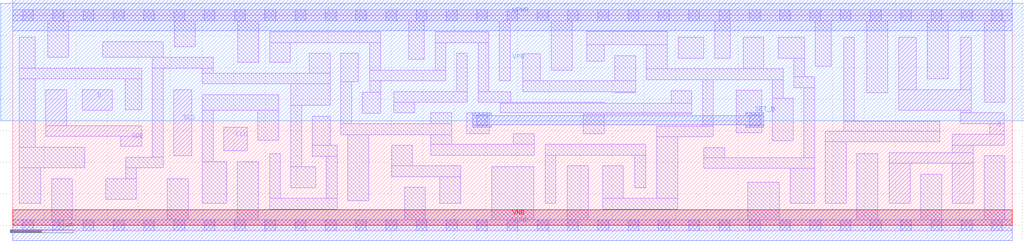
<source format=lef>
# Copyright 2020 The SkyWater PDK Authors
#
# Licensed under the Apache License, Version 2.0 (the "License");
# you may not use this file except in compliance with the License.
# You may obtain a copy of the License at
#
#     https://www.apache.org/licenses/LICENSE-2.0
#
# Unless required by applicable law or agreed to in writing, software
# distributed under the License is distributed on an "AS IS" BASIS,
# WITHOUT WARRANTIES OR CONDITIONS OF ANY KIND, either express or implied.
# See the License for the specific language governing permissions and
# limitations under the License.
#
# SPDX-License-Identifier: Apache-2.0

VERSION 5.7 ;
  NOWIREEXTENSIONATPIN ON ;
  DIVIDERCHAR "/" ;
  BUSBITCHARS "[]" ;
MACRO sky130_fd_sc_hs__sdfstp_4
  CLASS CORE ;
  FOREIGN sky130_fd_sc_hs__sdfstp_4 ;
  ORIGIN  0.000000  0.000000 ;
  SIZE  15.84000 BY  3.330000 ;
  SYMMETRY X Y ;
  SITE unit ;
  PIN D
    ANTENNAGATEAREA  0.159000 ;
    DIRECTION INPUT ;
    USE SIGNAL ;
    PORT
      LAYER li1 ;
        RECT 1.105000 1.820000 1.575000 2.150000 ;
    END
  END D
  PIN Q
    ANTENNADIFFAREA  1.201100 ;
    DIRECTION OUTPUT ;
    USE SIGNAL ;
    PORT
      LAYER li1 ;
        RECT 13.895000 0.350000 14.225000 0.980000 ;
        RECT 13.895000 0.980000 15.225000 1.150000 ;
        RECT 14.045000 1.820000 15.195000 2.150000 ;
        RECT 14.045000 2.150000 14.325000 2.980000 ;
        RECT 14.895000 0.350000 15.225000 0.980000 ;
        RECT 14.895000 1.150000 15.225000 1.270000 ;
        RECT 14.895000 1.270000 15.715000 1.440000 ;
        RECT 15.025000 1.610000 15.715000 1.780000 ;
        RECT 15.025000 1.780000 15.195000 1.820000 ;
        RECT 15.025000 2.150000 15.195000 2.980000 ;
        RECT 15.485000 1.440000 15.715000 1.610000 ;
    END
  END Q
  PIN SCD
    ANTENNAGATEAREA  0.159000 ;
    DIRECTION INPUT ;
    USE SIGNAL ;
    PORT
      LAYER li1 ;
        RECT 2.555000 1.100000 2.835000 2.150000 ;
    END
  END SCD
  PIN SCE
    ANTENNAGATEAREA  0.318000 ;
    DIRECTION INPUT ;
    USE SIGNAL ;
    PORT
      LAYER li1 ;
        RECT 0.525000 1.410000 2.045000 1.580000 ;
        RECT 0.525000 1.580000 0.855000 2.150000 ;
        RECT 1.715000 1.250000 2.045000 1.410000 ;
    END
  END SCE
  PIN SET_B
    ANTENNAGATEAREA  0.252000 ;
    DIRECTION INPUT ;
    USE SIGNAL ;
    PORT
      LAYER met1 ;
        RECT  7.295000 1.550000  7.585000 1.595000 ;
        RECT  7.295000 1.595000 11.905000 1.735000 ;
        RECT  7.295000 1.735000  7.585000 1.780000 ;
        RECT 11.615000 1.550000 11.905000 1.595000 ;
        RECT 11.615000 1.735000 11.905000 1.780000 ;
    END
  END SET_B
  PIN CLK
    ANTENNAGATEAREA  0.279000 ;
    DIRECTION INPUT ;
    USE CLOCK ;
    PORT
      LAYER li1 ;
        RECT 3.345000 1.180000 3.715000 1.550000 ;
    END
  END CLK
  PIN VGND
    DIRECTION INOUT ;
    USE GROUND ;
    PORT
      LAYER met1 ;
        RECT 0.000000 -0.245000 15.840000 0.245000 ;
    END
  END VGND
  PIN VNB
    DIRECTION INOUT ;
    USE GROUND ;
    PORT
      LAYER pwell ;
        RECT 0.000000 0.000000 15.840000 0.245000 ;
    END
  END VNB
  PIN VPB
    DIRECTION INOUT ;
    USE POWER ;
    PORT
      LAYER nwell ;
        RECT -0.190000 1.660000 16.030000 3.520000 ;
    END
  END VPB
  PIN VPWR
    DIRECTION INOUT ;
    USE POWER ;
    PORT
      LAYER met1 ;
        RECT 0.000000 3.085000 15.840000 3.575000 ;
    END
  END VPWR
  OBS
    LAYER li1 ;
      RECT  0.000000 -0.085000 15.840000 0.085000 ;
      RECT  0.000000  3.245000 15.840000 3.415000 ;
      RECT  0.105000  0.350000  0.445000 0.910000 ;
      RECT  0.105000  0.910000  1.140000 1.240000 ;
      RECT  0.105000  1.240000  0.355000 2.320000 ;
      RECT  0.105000  2.320000  2.045000 2.490000 ;
      RECT  0.105000  2.490000  0.355000 2.980000 ;
      RECT  0.555000  2.660000  0.885000 3.245000 ;
      RECT  0.615000  0.085000  0.945000 0.740000 ;
      RECT  1.425000  2.660000  2.385000 2.910000 ;
      RECT  1.475000  0.410000  1.960000 0.740000 ;
      RECT  1.785000  1.830000  2.045000 2.320000 ;
      RECT  1.790000  0.740000  1.960000 0.910000 ;
      RECT  1.790000  0.910000  2.385000 1.080000 ;
      RECT  2.215000  1.080000  2.385000 2.490000 ;
      RECT  2.215000  2.490000  3.175000 2.660000 ;
      RECT  2.450000  0.085000  2.780000 0.740000 ;
      RECT  2.560000  2.830000  2.890000 3.245000 ;
      RECT  3.005000  0.350000  3.390000 1.010000 ;
      RECT  3.005000  1.010000  3.175000 1.820000 ;
      RECT  3.005000  1.820000  4.215000 2.070000 ;
      RECT  3.005000  2.240000  5.030000 2.410000 ;
      RECT  3.005000  2.410000  3.175000 2.490000 ;
      RECT  3.560000  0.085000  3.890000 1.010000 ;
      RECT  3.570000  2.580000  3.900000 3.245000 ;
      RECT  3.885000  1.350000  4.215000 1.820000 ;
      RECT  4.070000  0.255000  5.140000 0.425000 ;
      RECT  4.070000  0.425000  4.240000 1.130000 ;
      RECT  4.070000  2.580000  4.400000 2.895000 ;
      RECT  4.070000  2.895000  5.830000 3.065000 ;
      RECT  4.410000  0.595000  4.800000 0.925000 ;
      RECT  4.410000  0.925000  4.580000 1.900000 ;
      RECT  4.410000  1.900000  5.030000 2.240000 ;
      RECT  4.700000  2.410000  5.030000 2.725000 ;
      RECT  4.750000  1.095000  5.140000 1.265000 ;
      RECT  4.750000  1.265000  5.030000 1.730000 ;
      RECT  4.970000  0.425000  5.140000 1.095000 ;
      RECT  5.200000  1.435000  6.955000 1.605000 ;
      RECT  5.200000  1.605000  5.370000 2.275000 ;
      RECT  5.200000  2.275000  5.480000 2.725000 ;
      RECT  5.310000  0.385000  5.640000 1.435000 ;
      RECT  5.540000  1.775000  5.830000 2.105000 ;
      RECT  5.660000  2.105000  5.830000 2.290000 ;
      RECT  5.660000  2.290000  6.865000 2.460000 ;
      RECT  5.660000  2.460000  5.830000 2.895000 ;
      RECT  6.005000  0.770000  7.100000 0.940000 ;
      RECT  6.005000  0.940000  6.335000 1.265000 ;
      RECT  6.040000  1.780000  6.370000 1.950000 ;
      RECT  6.040000  1.950000  7.205000 2.120000 ;
      RECT  6.210000  0.085000  6.540000 0.600000 ;
      RECT  6.275000  2.630000  6.525000 3.245000 ;
      RECT  6.625000  1.110000  8.265000 1.280000 ;
      RECT  6.625000  1.280000  6.955000 1.435000 ;
      RECT  6.625000  1.605000  6.955000 1.780000 ;
      RECT  6.695000  2.460000  6.865000 2.895000 ;
      RECT  6.695000  2.895000  7.545000 3.065000 ;
      RECT  6.770000  0.350000  7.100000 0.770000 ;
      RECT  7.035000  2.120000  7.205000 2.725000 ;
      RECT  7.195000  1.450000  7.555000 1.780000 ;
      RECT  7.375000  1.950000  7.895000 2.120000 ;
      RECT  7.375000  2.120000  7.545000 2.895000 ;
      RECT  7.590000  0.085000  8.260000 0.930000 ;
      RECT  7.715000  2.290000  7.885000 3.245000 ;
      RECT  7.725000  1.780000 10.765000 1.930000 ;
      RECT  7.725000  1.930000  9.375000 1.950000 ;
      RECT  7.935000  1.280000  8.265000 1.450000 ;
      RECT  8.085000  2.120000  9.875000 2.290000 ;
      RECT  8.085000  2.290000  8.365000 2.715000 ;
      RECT  8.440000  0.350000  8.610000 1.110000 ;
      RECT  8.440000  1.110000 10.030000 1.280000 ;
      RECT  8.535000  2.460000  8.865000 3.245000 ;
      RECT  8.790000  0.085000  9.120000 0.940000 ;
      RECT  9.045000  1.450000  9.375000 1.760000 ;
      RECT  9.045000  1.760000 10.765000 1.780000 ;
      RECT  9.095000  2.600000  9.375000 2.860000 ;
      RECT  9.095000  2.860000 10.375000 3.075000 ;
      RECT  9.350000  0.255000 10.540000 0.425000 ;
      RECT  9.350000  0.425000  9.680000 0.940000 ;
      RECT  9.545000  2.100000  9.875000 2.120000 ;
      RECT  9.545000  2.290000  9.875000 2.690000 ;
      RECT  9.860000  0.595000 10.030000 1.110000 ;
      RECT 10.045000  2.310000 12.210000 2.480000 ;
      RECT 10.045000  2.480000 10.375000 2.860000 ;
      RECT 10.210000  0.425000 10.540000 1.400000 ;
      RECT 10.210000  1.400000 11.105000 1.570000 ;
      RECT 10.435000  1.930000 10.765000 2.135000 ;
      RECT 10.545000  2.650000 10.955000 2.980000 ;
      RECT 10.935000  1.570000 11.105000 2.310000 ;
      RECT 10.955000  0.900000 12.710000 1.070000 ;
      RECT 10.955000  1.070000 11.285000 1.230000 ;
      RECT 11.125000  2.650000 11.375000 3.245000 ;
      RECT 11.470000  1.470000 11.870000 2.140000 ;
      RECT 11.575000  2.480000 11.905000 2.980000 ;
      RECT 11.650000  0.085000 12.150000 0.680000 ;
      RECT 12.040000  1.340000 12.370000 2.010000 ;
      RECT 12.040000  2.010000 12.210000 2.310000 ;
      RECT 12.135000  2.650000 12.550000 2.980000 ;
      RECT 12.320000  0.350000 12.710000 0.900000 ;
      RECT 12.380000  2.180000 12.710000 2.350000 ;
      RECT 12.380000  2.350000 12.550000 2.650000 ;
      RECT 12.540000  1.070000 12.710000 2.180000 ;
      RECT 12.720000  2.520000 12.970000 3.245000 ;
      RECT 12.880000  0.350000 13.210000 1.320000 ;
      RECT 12.880000  1.320000 14.695000 1.490000 ;
      RECT 13.170000  1.490000 14.695000 1.650000 ;
      RECT 13.170000  1.650000 13.340000 2.980000 ;
      RECT 13.380000  0.085000 13.710000 1.130000 ;
      RECT 13.540000  2.100000 13.870000 3.245000 ;
      RECT 14.395000  0.085000 14.725000 0.810000 ;
      RECT 14.495000  2.320000 14.825000 3.245000 ;
      RECT 15.395000  0.085000 15.725000 1.100000 ;
      RECT 15.395000  1.950000 15.725000 3.245000 ;
    LAYER mcon ;
      RECT  0.155000 -0.085000  0.325000 0.085000 ;
      RECT  0.155000  3.245000  0.325000 3.415000 ;
      RECT  0.635000 -0.085000  0.805000 0.085000 ;
      RECT  0.635000  3.245000  0.805000 3.415000 ;
      RECT  1.115000 -0.085000  1.285000 0.085000 ;
      RECT  1.115000  3.245000  1.285000 3.415000 ;
      RECT  1.595000 -0.085000  1.765000 0.085000 ;
      RECT  1.595000  3.245000  1.765000 3.415000 ;
      RECT  2.075000 -0.085000  2.245000 0.085000 ;
      RECT  2.075000  3.245000  2.245000 3.415000 ;
      RECT  2.555000 -0.085000  2.725000 0.085000 ;
      RECT  2.555000  3.245000  2.725000 3.415000 ;
      RECT  3.035000 -0.085000  3.205000 0.085000 ;
      RECT  3.035000  3.245000  3.205000 3.415000 ;
      RECT  3.515000 -0.085000  3.685000 0.085000 ;
      RECT  3.515000  3.245000  3.685000 3.415000 ;
      RECT  3.995000 -0.085000  4.165000 0.085000 ;
      RECT  3.995000  3.245000  4.165000 3.415000 ;
      RECT  4.475000 -0.085000  4.645000 0.085000 ;
      RECT  4.475000  3.245000  4.645000 3.415000 ;
      RECT  4.955000 -0.085000  5.125000 0.085000 ;
      RECT  4.955000  3.245000  5.125000 3.415000 ;
      RECT  5.435000 -0.085000  5.605000 0.085000 ;
      RECT  5.435000  3.245000  5.605000 3.415000 ;
      RECT  5.915000 -0.085000  6.085000 0.085000 ;
      RECT  5.915000  3.245000  6.085000 3.415000 ;
      RECT  6.395000 -0.085000  6.565000 0.085000 ;
      RECT  6.395000  3.245000  6.565000 3.415000 ;
      RECT  6.875000 -0.085000  7.045000 0.085000 ;
      RECT  6.875000  3.245000  7.045000 3.415000 ;
      RECT  7.355000 -0.085000  7.525000 0.085000 ;
      RECT  7.355000  1.580000  7.525000 1.750000 ;
      RECT  7.355000  3.245000  7.525000 3.415000 ;
      RECT  7.835000 -0.085000  8.005000 0.085000 ;
      RECT  7.835000  3.245000  8.005000 3.415000 ;
      RECT  8.315000 -0.085000  8.485000 0.085000 ;
      RECT  8.315000  3.245000  8.485000 3.415000 ;
      RECT  8.795000 -0.085000  8.965000 0.085000 ;
      RECT  8.795000  3.245000  8.965000 3.415000 ;
      RECT  9.275000 -0.085000  9.445000 0.085000 ;
      RECT  9.275000  3.245000  9.445000 3.415000 ;
      RECT  9.755000 -0.085000  9.925000 0.085000 ;
      RECT  9.755000  3.245000  9.925000 3.415000 ;
      RECT 10.235000 -0.085000 10.405000 0.085000 ;
      RECT 10.235000  3.245000 10.405000 3.415000 ;
      RECT 10.715000 -0.085000 10.885000 0.085000 ;
      RECT 10.715000  3.245000 10.885000 3.415000 ;
      RECT 11.195000 -0.085000 11.365000 0.085000 ;
      RECT 11.195000  3.245000 11.365000 3.415000 ;
      RECT 11.675000 -0.085000 11.845000 0.085000 ;
      RECT 11.675000  1.580000 11.845000 1.750000 ;
      RECT 11.675000  3.245000 11.845000 3.415000 ;
      RECT 12.155000 -0.085000 12.325000 0.085000 ;
      RECT 12.155000  3.245000 12.325000 3.415000 ;
      RECT 12.635000 -0.085000 12.805000 0.085000 ;
      RECT 12.635000  3.245000 12.805000 3.415000 ;
      RECT 13.115000 -0.085000 13.285000 0.085000 ;
      RECT 13.115000  3.245000 13.285000 3.415000 ;
      RECT 13.595000 -0.085000 13.765000 0.085000 ;
      RECT 13.595000  3.245000 13.765000 3.415000 ;
      RECT 14.075000 -0.085000 14.245000 0.085000 ;
      RECT 14.075000  3.245000 14.245000 3.415000 ;
      RECT 14.555000 -0.085000 14.725000 0.085000 ;
      RECT 14.555000  3.245000 14.725000 3.415000 ;
      RECT 15.035000 -0.085000 15.205000 0.085000 ;
      RECT 15.035000  3.245000 15.205000 3.415000 ;
      RECT 15.515000 -0.085000 15.685000 0.085000 ;
      RECT 15.515000  3.245000 15.685000 3.415000 ;
  END
END sky130_fd_sc_hs__sdfstp_4
END LIBRARY

</source>
